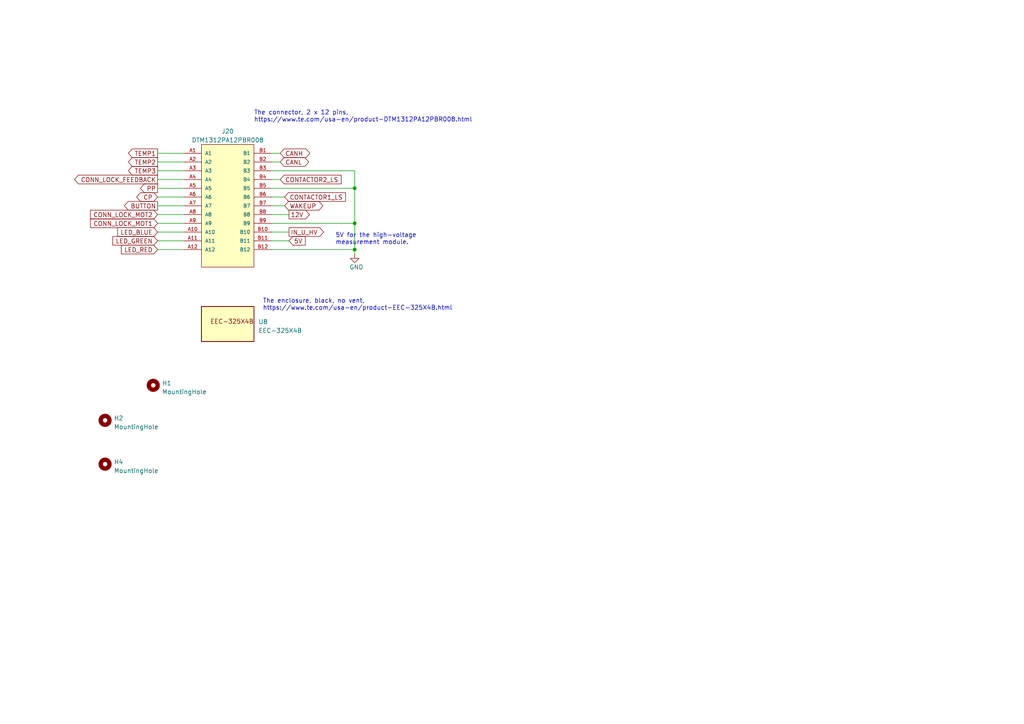
<source format=kicad_sch>
(kicad_sch (version 20231120) (generator "eeschema") (generator_version "8.0")
  (paper "A4")
  (lib_symbols
    (symbol "DTM1312PA12PBR008:DTM1312PA12PBR008" (pin_names (offset 1.016))
      (property "Reference" "J" (at -7.62 17.8054 0))
      (property "Value" "DTM1312PA12PBR008" (at -7.62 -25.4 0))
      (symbol "DTM1312PA12PBR008_0_0"
        (rectangle (start -7.62 -20.32) (end 7.62 15.24) (stroke (width 0.1524)) (fill (type background)))
        (pin passive line (at -12.7 12.7 0) (length 5.08) (name "A1") (number "A1"))
        (pin passive line (at -12.7 -10.16 0) (length 5.08) (name "A10") (number "A10"))
        (pin passive line (at -12.7 -12.7 0) (length 5.08) (name "A11") (number "A11"))
        (pin passive line (at -12.7 -15.24 0) (length 5.08) (name "A12") (number "A12"))
        (pin passive line (at -12.7 10.16 0) (length 5.08) (name "A2") (number "A2"))
        (pin passive line (at -12.7 7.62 0) (length 5.08) (name "A3") (number "A3"))
        (pin passive line (at -12.7 5.08 0) (length 5.08) (name "A4") (number "A4"))
        (pin passive line (at -12.7 2.54 0) (length 5.08) (name "A5") (number "A5"))
        (pin passive line (at -12.7 0 0) (length 5.08) (name "A6") (number "A6"))
        (pin passive line (at -12.7 -2.54 0) (length 5.08) (name "A7") (number "A7"))
        (pin passive line (at -12.7 -5.08 0) (length 5.08) (name "A8") (number "A8"))
        (pin passive line (at -12.7 -7.62 0) (length 5.08) (name "A9") (number "A9"))
        (pin passive line (at 12.7 12.7 180) (length 5.08) (name "B1") (number "B1"))
        (pin passive line (at 12.7 -10.16 180) (length 5.08) (name "B10") (number "B10"))
        (pin passive line (at 12.7 -12.7 180) (length 5.08) (name "B11") (number "B11"))
        (pin passive line (at 12.7 -15.24 180) (length 5.08) (name "B12") (number "B12"))
        (pin passive line (at 12.7 10.16 180) (length 5.08) (name "B2") (number "B2"))
        (pin passive line (at 12.7 7.62 180) (length 5.08) (name "B3") (number "B3"))
        (pin passive line (at 12.7 5.08 180) (length 5.08) (name "B4") (number "B4"))
        (pin passive line (at 12.7 2.54 180) (length 5.08) (name "B5") (number "B5"))
        (pin passive line (at 12.7 0 180) (length 5.08) (name "B6") (number "B6"))
        (pin passive line (at 12.7 -2.54 180) (length 5.08) (name "B7") (number "B7"))
        (pin passive line (at 12.7 -5.08 180) (length 5.08) (name "B8") (number "B8"))
        (pin passive line (at 12.7 -7.62 180) (length 5.08) (name "B9") (number "B9"))
      )
    )
    (symbol "EEC-325X4B:EEC-325X4B" (pin_numbers hide) (pin_names (offset 1.016) hide)
      (property "Reference" "U" (at -5.08 5.08 0))
      (property "Value" "EEC-325X4B" (at -5.08 -7.62 0))
      (symbol "EEC-325X4B_0_0"
        (rectangle (start -5.08 -5.08) (end 10.16 5.08) (stroke (width 0.254)) (fill (type background)))
        (text "EEC-325X4B" (at -2.54 0 0) (effects (font (size 1.27 1.27)) (justify left bottom)))
      )
    )
    (symbol "Mechanical:MountingHole" (pin_names (offset 1.016))
      (property "Reference" "H" (at 0 5.08 0))
      (property "Value" "MountingHole" (at 0 3.175 0))
      (symbol "MountingHole_0_1"
        (circle (center 0 0) (radius 1.27) (stroke (width 1.27)))
      )
    )
    (symbol "power:GND" (power) (pin_names (offset 0))
      (property "Value" "GND" (at 0 -3.81 0))
      (symbol "GND_0_1"
        (polyline (pts (xy 0 0) (xy 0 -1.27) (xy 1.27 -1.27) (xy 0 -2.54) (xy -1.27 -1.27) (xy 0 -1.27)))
      )
      (symbol "GND_1_1"
        (pin power_in line (at 0 0 270) (length 0) hide (name "GND") (number "1"))
      )
    )
  )
  (junction (at 102.87 64.77))
  (junction (at 102.87 54.61))
  (junction (at 102.87 72.39))
  (wire (pts (xy 45.72 52.07) (xy 53.34 52.07)))
  (wire (pts (xy 102.87 54.61) (xy 102.87 64.77)))
  (wire (pts (xy 78.74 72.39) (xy 102.87 72.39)))
  (wire (pts (xy 45.72 57.15) (xy 53.34 57.15)))
  (wire (pts (xy 78.74 62.23) (xy 83.82 62.23)))
  (wire (pts (xy 78.74 67.31) (xy 83.82 67.31)))
  (wire (pts (xy 78.74 52.07) (xy 81.28 52.07)))
  (wire (pts (xy 45.72 62.23) (xy 53.34 62.23)))
  (wire (pts (xy 78.74 49.53) (xy 102.87 49.53)))
  (wire (pts (xy 45.72 46.99) (xy 53.34 46.99)))
  (wire (pts (xy 78.74 64.77) (xy 102.87 64.77)))
  (wire (pts (xy 45.72 49.53) (xy 53.34 49.53)))
  (wire (pts (xy 45.72 54.61) (xy 53.34 54.61)))
  (wire (pts (xy 45.72 59.69) (xy 53.34 59.69)))
  (wire (pts (xy 102.87 49.53) (xy 102.87 54.61)))
  (wire (pts (xy 102.87 64.77) (xy 102.87 72.39)))
  (wire (pts (xy 45.72 64.77) (xy 53.34 64.77)))
  (wire (pts (xy 45.72 72.39) (xy 53.34 72.39)))
  (wire (pts (xy 78.74 57.15) (xy 82.55 57.15)))
  (wire (pts (xy 45.72 69.85) (xy 53.34 69.85)))
  (wire (pts (xy 45.72 67.31) (xy 53.34 67.31)))
  (wire (pts (xy 78.74 46.99) (xy 81.28 46.99)))
  (wire (pts (xy 78.74 54.61) (xy 102.87 54.61)))
  (wire (pts (xy 78.74 44.45) (xy 81.28 44.45)))
  (wire (pts (xy 102.87 73.66) (xy 102.87 72.39)))
  (wire (pts (xy 78.74 69.85) (xy 83.82 69.85)))
  (wire (pts (xy 45.72 44.45) (xy 53.34 44.45)))
  (wire (pts (xy 78.74 59.69) (xy 82.55 59.69)))
  (text "The enclosure, black, no vent,\nhttps://www.te.com/usa-en/product-EEC-325X4B.html" (at 76.2 90.17 0) (effects (font (size 1.27 1.27)) (justify left bottom)))
  (text "5V for the high-voltage\nmeasurement module." (at 97.282 71.12 0) (effects (font (size 1.27 1.27)) (justify left bottom)))
  (text "The connector, 2 x 12 pins,\nhttps://www.te.com/usa-en/product-DTM1312PA12PBR008.html" (at 73.66 35.56 0) (effects (font (size 1.27 1.27)) (justify left bottom)))
  (global_label "5V" (shape input) (at 83.82 69.85 0) (property "Intersheetrefs" "${INTERSHEET_REFS}" (effects (hide yes))))
  (global_label "CONTACTOR2_LS" (shape input) (at 81.28 52.07 0) (property "Intersheetrefs" "${INTERSHEET_REFS}" (effects (hide yes))))
  (global_label "PP" (shape output) (at 45.72 54.61 180) (property "Intersheetrefs" "${INTERSHEET_REFS}" (effects (hide yes))))
  (global_label "12V" (shape output) (at 83.82 62.23 0) (property "Intersheetrefs" "${INTERSHEET_REFS}" (effects (hide yes))))
  (global_label "CONN_LOCK_MOT1" (shape input) (at 45.72 64.77 180) (property "Intersheetrefs" "${INTERSHEET_REFS}" (effects (hide yes))))
  (global_label "CANL" (shape bidirectional) (at 81.28 46.99 0) (property "Intersheetrefs" "${INTERSHEET_REFS}" (effects (hide yes))))
  (global_label "TEMP2" (shape output) (at 45.72 46.99 180) (property "Intersheetrefs" "${INTERSHEET_REFS}" (effects (hide yes))))
  (global_label "LED_BLUE" (shape input) (at 45.72 67.31 180) (property "Intersheetrefs" "${INTERSHEET_REFS}" (effects (hide yes))))
  (global_label "TEMP3" (shape output) (at 45.72 49.53 180) (property "Intersheetrefs" "${INTERSHEET_REFS}" (effects (hide yes))))
  (global_label "IN_U_HV" (shape output) (at 83.82 67.31 0) (property "Intersheetrefs" "${INTERSHEET_REFS}" (effects (hide yes))))
  (global_label "BUTTON" (shape output) (at 45.72 59.69 180) (property "Intersheetrefs" "${INTERSHEET_REFS}" (effects (hide yes))))
  (global_label "LED_GREEN" (shape input) (at 45.72 69.85 180) (property "Intersheetrefs" "${INTERSHEET_REFS}" (effects (hide yes))))
  (global_label "CANH" (shape bidirectional) (at 81.28 44.45 0) (property "Intersheetrefs" "${INTERSHEET_REFS}" (effects (hide yes))))
  (global_label "CP" (shape bidirectional) (at 45.72 57.15 180) (property "Intersheetrefs" "${INTERSHEET_REFS}" (effects (hide yes))))
  (global_label "WAKEUP" (shape bidirectional) (at 82.55 59.69 0) (property "Intersheetrefs" "${INTERSHEET_REFS}" (effects (hide yes))))
  (global_label "LED_RED" (shape input) (at 45.72 72.39 180) (property "Intersheetrefs" "${INTERSHEET_REFS}" (effects (hide yes))))
  (global_label "CONN_LOCK_FEEDBACK" (shape output) (at 45.72 52.07 180) (property "Intersheetrefs" "${INTERSHEET_REFS}" (effects (hide yes))))
  (global_label "CONN_LOCK_MOT2" (shape input) (at 45.72 62.23 180) (property "Intersheetrefs" "${INTERSHEET_REFS}" (effects (hide yes))))
  (global_label "CONTACTOR1_LS" (shape input) (at 82.55 57.15 0) (property "Intersheetrefs" "${INTERSHEET_REFS}" (effects (hide yes))))
  (global_label "TEMP1" (shape output) (at 45.72 44.45 180) (property "Intersheetrefs" "${INTERSHEET_REFS}" (effects (hide yes))))
  (symbol (lib_id "Mechanical:MountingHole") (at 44.45 111.76 0) (unit 1)
    (property "Reference" "H1" (at 46.99 111.125 0) (effects (justify left)))
    (property "Value" "MountingHole" (at 46.99 113.665 0) (effects (justify left)))
    (property "Footprint" "MountingHole:MountingHole_3.2mm_M3" (effects (hide yes)))
  )
  (symbol (lib_id "DTM1312PA12PBR008:DTM1312PA12PBR008") (at 66.04 57.15 0) (unit 1)
    (property "Reference" "J20" (at 66.04 38.1 0))
    (property "Value" "DTM1312PA12PBR008" (at 66.04 40.64 0))
    (property "Footprint" "DTM1312PA12PBR008:TE_DTM1312PA12PBR008" (effects (hide yes)))
    (property "MF" "TE Connectivity" (effects (hide yes)))
    (property "DESCRIPTION" "Double Header 24 pin receptacle" (effects (hide yes)))
    (property "PACKAGE" "None" (effects (hide yes)))
    (property "PRICE" "18.76 USD" (effects (hide yes)))
    (property "STANDARD" "Manufacturer recommendation" (effects (hide yes)))
    (property "PARTREV" "E" (effects (hide yes)))
    (property "LINK" "https://www.snapeda.com/parts/DTM1312PA12PBR008/TE%20Connectivity/datasheet/" (effects (hide yes)))
    (property "MP" "DTM1312PA12PBR008" (effects (hide yes)))
    (property "EU_ROHS_COMPLIANCE" "Compliant" (effects (hide yes)))
    (property "AVAILABILITY" "Good" (effects (hide yes)))
  )
  (symbol (lib_id "Mechanical:MountingHole") (at 30.48 121.92 0) (unit 1)
    (property "Reference" "H2" (at 33.02 121.285 0) (effects (justify left)))
    (property "Value" "MountingHole" (at 33.02 123.825 0) (effects (justify left)))
    (property "Footprint" "MountingHole:MountingHole_3.2mm_M3" (effects (hide yes)))
  )
  (symbol (lib_id "Mechanical:MountingHole") (at 30.48 134.62 0) (unit 1)
    (property "Reference" "H4" (at 33.02 133.985 0) (effects (justify left)))
    (property "Value" "MountingHole" (at 33.02 136.525 0) (effects (justify left)))
    (property "Footprint" "MountingHole:MountingHole_3.2mm_M3" (effects (hide yes)))
  )
  (symbol (lib_id "EEC-325X4B:EEC-325X4B") (at 63.5 93.98 0) (unit 1)
    (property "Reference" "U8" (at 74.93 93.345 0) (effects (justify left)))
    (property "Value" "EEC-325X4B" (at 74.93 95.885 0) (effects (justify left)))
    (property "Footprint" "EEC-325X4B:TE_EEC-325X4B" (effects (hide yes)))
    (property "PARTREV" "F" (effects (hide yes)))
    (property "STANDARD" "Manufacturer Recommendations" (effects (hide yes)))
    (property "MANUFACTURER" "TE Connectivity" (effects (hide yes)))
  )
  (symbol (lib_id "power:GND") (at 102.87 73.66 0) (unit 1)
    (property "Reference" "#PWR083" (effects (hide yes)))
    (property "Value" "GND" (at 105.41 77.47 0) (effects (justify right)))
  )
)
</source>
